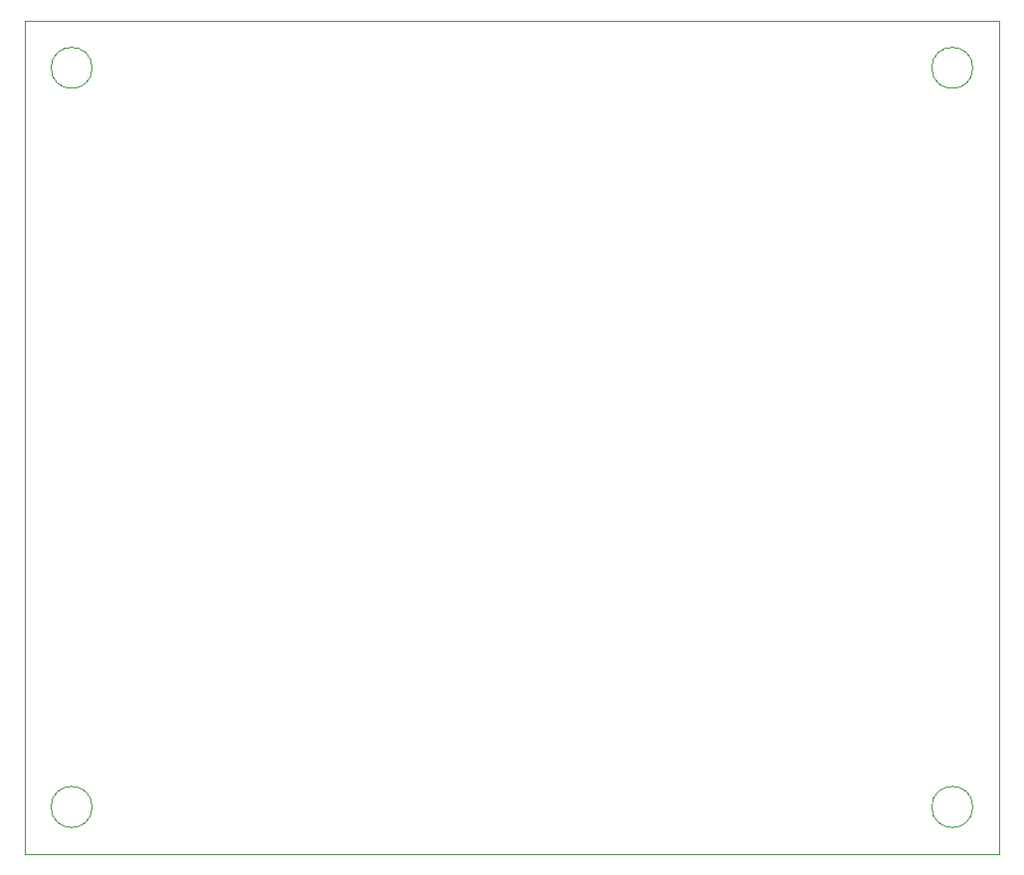
<source format=gm1>
G04 #@! TF.GenerationSoftware,KiCad,Pcbnew,(5.1.9)-1*
G04 #@! TF.CreationDate,2021-08-10T13:47:58-05:00*
G04 #@! TF.ProjectId,DevMagneticEncoders,4465764d-6167-46e6-9574-6963456e636f,rev?*
G04 #@! TF.SameCoordinates,Original*
G04 #@! TF.FileFunction,Profile,NP*
%FSLAX46Y46*%
G04 Gerber Fmt 4.6, Leading zero omitted, Abs format (unit mm)*
G04 Created by KiCad (PCBNEW (5.1.9)-1) date 2021-08-10 13:47:58*
%MOMM*%
%LPD*%
G01*
G04 APERTURE LIST*
G04 #@! TA.AperFunction,Profile*
%ADD10C,0.050000*%
G04 #@! TD*
G04 APERTURE END LIST*
D10*
X61500000Y-122500000D02*
X61500000Y-51500000D01*
X144500000Y-122500000D02*
X61500000Y-122500000D01*
X144500000Y-51500000D02*
X144500000Y-122500000D01*
X61500000Y-51500000D02*
X144500000Y-51500000D01*
X67250000Y-118500000D02*
G75*
G03*
X67250000Y-118500000I-1750000J0D01*
G01*
X142250000Y-118500000D02*
G75*
G03*
X142250000Y-118500000I-1750000J0D01*
G01*
X67250000Y-55500000D02*
G75*
G03*
X67250000Y-55500000I-1750000J0D01*
G01*
X142250000Y-55500000D02*
G75*
G03*
X142250000Y-55500000I-1750000J0D01*
G01*
M02*

</source>
